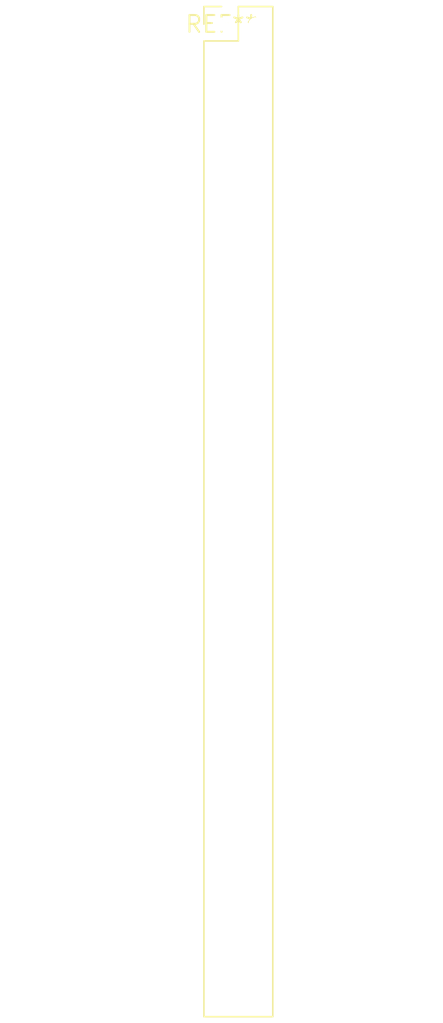
<source format=kicad_pcb>
(kicad_pcb (version 20240108) (generator pcbnew)
  (layers (0 "F.Cu" signal) (31 "B.Cu" signal) (34 "B.Paste" user) (35 "F.Paste" user) (36 "B.SilkS" user "B.Silkscreen") (37 "F.SilkS" user "F.Silkscreen") (38 "B.Mask" user) (39 "F.Mask" user) (44 "Edge.Cuts" user))
  (net 0 "")
  (footprint "PinHeader_2x30_P2.54mm_Vertical" (layer "F.Cu") (at 0 0)
    (property "Reference" "REF**")
    (property "Value" "PinHeader_2x30_P2.54mm_Vertical")
    (fp_line (start -1.33 -1.33) (end 0 -1.33) (layer "F.SilkS") (stroke (width 0.12)))
    (fp_line (start -1.33 0) (end -1.33 -1.33) (layer "F.SilkS") (stroke (width 0.12)))
    (fp_line (start -1.33 1.27) (end -1.33 74.99) (layer "F.SilkS") (stroke (width 0.12)))
    (fp_line (start -1.33 1.27) (end 1.27 1.27) (layer "F.SilkS") (stroke (width 0.12)))
    (fp_line (start -1.33 74.99) (end 3.87 74.99) (layer "F.SilkS") (stroke (width 0.12)))
    (fp_line (start 1.27 -1.33) (end 3.87 -1.33) (layer "F.SilkS") (stroke (width 0.12)))
    (fp_line (start 1.27 1.27) (end 1.27 -1.33) (layer "F.SilkS") (stroke (width 0.12)))
    (fp_line (start 3.87 -1.33) (end 3.87 74.99) (layer "F.SilkS") (stroke (width 0.12)))
    (pad "1" thru_hole rect (at 0 0) (size 1.7 1.7) (drill 1) (layers *.Cu *.Mask) (remove_unused_layers))
    (pad "2" thru_hole oval (at 2.54 0) (size 1.7 1.7) (drill 1) (layers *.Cu *.Mask) (remove_unused_layers))
    (pad "3" thru_hole oval (at 0 2.54) (size 1.7 1.7) (drill 1) (layers *.Cu *.Mask) (remove_unused_layers))
    (pad "4" thru_hole oval (at 2.54 2.54) (size 1.7 1.7) (drill 1) (layers *.Cu *.Mask) (remove_unused_layers))
    (pad "5" thru_hole oval (at 0 5.08) (size 1.7 1.7) (drill 1) (layers *.Cu *.Mask) (remove_unused_layers))
    (pad "6" thru_hole oval (at 2.54 5.08) (size 1.7 1.7) (drill 1) (layers *.Cu *.Mask) (remove_unused_layers))
    (pad "7" thru_hole oval (at 0 7.62) (size 1.7 1.7) (drill 1) (layers *.Cu *.Mask) (remove_unused_layers))
    (pad "8" thru_hole oval (at 2.54 7.62) (size 1.7 1.7) (drill 1) (layers *.Cu *.Mask) (remove_unused_layers))
    (pad "9" thru_hole oval (at 0 10.16) (size 1.7 1.7) (drill 1) (layers *.Cu *.Mask) (remove_unused_layers))
    (pad "10" thru_hole oval (at 2.54 10.16) (size 1.7 1.7) (drill 1) (layers *.Cu *.Mask) (remove_unused_layers))
    (pad "11" thru_hole oval (at 0 12.7) (size 1.7 1.7) (drill 1) (layers *.Cu *.Mask) (remove_unused_layers))
    (pad "12" thru_hole oval (at 2.54 12.7) (size 1.7 1.7) (drill 1) (layers *.Cu *.Mask) (remove_unused_layers))
    (pad "13" thru_hole oval (at 0 15.24) (size 1.7 1.7) (drill 1) (layers *.Cu *.Mask) (remove_unused_layers))
    (pad "14" thru_hole oval (at 2.54 15.24) (size 1.7 1.7) (drill 1) (layers *.Cu *.Mask) (remove_unused_layers))
    (pad "15" thru_hole oval (at 0 17.78) (size 1.7 1.7) (drill 1) (layers *.Cu *.Mask) (remove_unused_layers))
    (pad "16" thru_hole oval (at 2.54 17.78) (size 1.7 1.7) (drill 1) (layers *.Cu *.Mask) (remove_unused_layers))
    (pad "17" thru_hole oval (at 0 20.32) (size 1.7 1.7) (drill 1) (layers *.Cu *.Mask) (remove_unused_layers))
    (pad "18" thru_hole oval (at 2.54 20.32) (size 1.7 1.7) (drill 1) (layers *.Cu *.Mask) (remove_unused_layers))
    (pad "19" thru_hole oval (at 0 22.86) (size 1.7 1.7) (drill 1) (layers *.Cu *.Mask) (remove_unused_layers))
    (pad "20" thru_hole oval (at 2.54 22.86) (size 1.7 1.7) (drill 1) (layers *.Cu *.Mask) (remove_unused_layers))
    (pad "21" thru_hole oval (at 0 25.4) (size 1.7 1.7) (drill 1) (layers *.Cu *.Mask) (remove_unused_layers))
    (pad "22" thru_hole oval (at 2.54 25.4) (size 1.7 1.7) (drill 1) (layers *.Cu *.Mask) (remove_unused_layers))
    (pad "23" thru_hole oval (at 0 27.94) (size 1.7 1.7) (drill 1) (layers *.Cu *.Mask) (remove_unused_layers))
    (pad "24" thru_hole oval (at 2.54 27.94) (size 1.7 1.7) (drill 1) (layers *.Cu *.Mask) (remove_unused_layers))
    (pad "25" thru_hole oval (at 0 30.48) (size 1.7 1.7) (drill 1) (layers *.Cu *.Mask) (remove_unused_layers))
    (pad "26" thru_hole oval (at 2.54 30.48) (size 1.7 1.7) (drill 1) (layers *.Cu *.Mask) (remove_unused_layers))
    (pad "27" thru_hole oval (at 0 33.02) (size 1.7 1.7) (drill 1) (layers *.Cu *.Mask) (remove_unused_layers))
    (pad "28" thru_hole oval (at 2.54 33.02) (size 1.7 1.7) (drill 1) (layers *.Cu *.Mask) (remove_unused_layers))
    (pad "29" thru_hole oval (at 0 35.56) (size 1.7 1.7) (drill 1) (layers *.Cu *.Mask) (remove_unused_layers))
    (pad "30" thru_hole oval (at 2.54 35.56) (size 1.7 1.7) (drill 1) (layers *.Cu *.Mask) (remove_unused_layers))
    (pad "31" thru_hole oval (at 0 38.1) (size 1.7 1.7) (drill 1) (layers *.Cu *.Mask) (remove_unused_layers))
    (pad "32" thru_hole oval (at 2.54 38.1) (size 1.7 1.7) (drill 1) (layers *.Cu *.Mask) (remove_unused_layers))
    (pad "33" thru_hole oval (at 0 40.64) (size 1.7 1.7) (drill 1) (layers *.Cu *.Mask) (remove_unused_layers))
    (pad "34" thru_hole oval (at 2.54 40.64) (size 1.7 1.7) (drill 1) (layers *.Cu *.Mask) (remove_unused_layers))
    (pad "35" thru_hole oval (at 0 43.18) (size 1.7 1.7) (drill 1) (layers *.Cu *.Mask) (remove_unused_layers))
    (pad "36" thru_hole oval (at 2.54 43.18) (size 1.7 1.7) (drill 1) (layers *.Cu *.Mask) (remove_unused_layers))
    (pad "37" thru_hole oval (at 0 45.72) (size 1.7 1.7) (drill 1) (layers *.Cu *.Mask) (remove_unused_layers))
    (pad "38" thru_hole oval (at 2.54 45.72) (size 1.7 1.7) (drill 1) (layers *.Cu *.Mask) (remove_unused_layers))
    (pad "39" thru_hole oval (at 0 48.26) (size 1.7 1.7) (drill 1) (layers *.Cu *.Mask) (remove_unused_layers))
    (pad "40" thru_hole oval (at 2.54 48.26) (size 1.7 1.7) (drill 1) (layers *.Cu *.Mask) (remove_unused_layers))
    (pad "41" thru_hole oval (at 0 50.8) (size 1.7 1.7) (drill 1) (layers *.Cu *.Mask) (remove_unused_layers))
    (pad "42" thru_hole oval (at 2.54 50.8) (size 1.7 1.7) (drill 1) (layers *.Cu *.Mask) (remove_unused_layers))
    (pad "43" thru_hole oval (at 0 53.34) (size 1.7 1.7) (drill 1) (layers *.Cu *.Mask) (remove_unused_layers))
    (pad "44" thru_hole oval (at 2.54 53.34) (size 1.7 1.7) (drill 1) (layers *.Cu *.Mask) (remove_unused_layers))
    (pad "45" thru_hole oval (at 0 55.88) (size 1.7 1.7) (drill 1) (layers *.Cu *.Mask) (remove_unused_layers))
    (pad "46" thru_hole oval (at 2.54 55.88) (size 1.7 1.7) (drill 1) (layers *.Cu *.Mask) (remove_unused_layers))
    (pad "47" thru_hole oval (at 0 58.42) (size 1.7 1.7) (drill 1) (layers *.Cu *.Mask) (remove_unused_layers))
    (pad "48" thru_hole oval (at 2.54 58.42) (size 1.7 1.7) (drill 1) (layers *.Cu *.Mask) (remove_unused_layers))
    (pad "49" thru_hole oval (at 0 60.96) (size 1.7 1.7) (drill 1) (layers *.Cu *.Mask) (remove_unused_layers))
    (pad "50" thru_hole oval (at 2.54 60.96) (size 1.7 1.7) (drill 1) (layers *.Cu *.Mask) (remove_unused_layers))
    (pad "51" thru_hole oval (at 0 63.5) (size 1.7 1.7) (drill 1) (layers *.Cu *.Mask) (remove_unused_layers))
    (pad "52" thru_hole oval (at 2.54 63.5) (size 1.7 1.7) (drill 1) (layers *.Cu *.Mask) (remove_unused_layers))
    (pad "53" thru_hole oval (at 0 66.04) (size 1.7 1.7) (drill 1) (layers *.Cu *.Mask) (remove_unused_layers))
    (pad "54" thru_hole oval (at 2.54 66.04) (size 1.7 1.7) (drill 1) (layers *.Cu *.Mask) (remove_unused_layers))
    (pad "55" thru_hole oval (at 0 68.58) (size 1.7 1.7) (drill 1) (layers *.Cu *.Mask) (remove_unused_layers))
    (pad "56" thru_hole oval (at 2.54 68.58) (size 1.7 1.7) (drill 1) (layers *.Cu *.Mask) (remove_unused_layers))
    (pad "57" thru_hole oval (at 0 71.12) (size 1.7 1.7) (drill 1) (layers *.Cu *.Mask) (remove_unused_layers))
    (pad "58" thru_hole oval (at 2.54 71.12) (size 1.7 1.7) (drill 1) (layers *.Cu *.Mask) (remove_unused_layers))
    (pad "59" thru_hole oval (at 0 73.66) (size 1.7 1.7) (drill 1) (layers *.Cu *.Mask) (remove_unused_layers))
    (pad "60" thru_hole oval (at 2.54 73.66) (size 1.7 1.7) (drill 1) (layers *.Cu *.Mask) (remove_unused_layers))
  )
)
</source>
